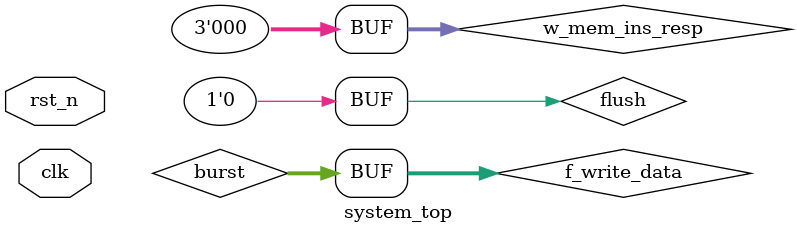
<source format=sv>
`timescale 1ns / 1ps


module system_top(
    input  logic clk,
    input  logic rst_n              // Mispredict from EX stage
    
    // Branch Predictor Interface
    
);      logic [31:0] bpu_next_pc;   // Target from BPU
        logic        bpu_pred_valid;// High if BPU wants to jump
        logic flush   ;
        // Decoder Interface (The Consumer)
        logic        dec_read_en;   // Decoder ready for next instr
        logic [31:0] dec_instr;     // 32-bit instruction to Decoder
        logic [31:0] dec_pc;        // PC of the instruction
        logic        dec_valid;      // High if data is ready for Decoder
        logic [127:0] burst;
        logic [127:0] storetest;
        logic       f_write_en;
        logic [3:0] remaining;
        logic [2:0]   w_mem_ins_count_req;
        // Debug Status
        logic [3:0]  fifo_occupancy;
    logic [127:0] f_write_data;
    logic [31:0]  f_write_pc;
    logic [2:0]   f_ins_count;

    // Internal Signal Interconnects
    logic [31:0]  w_mem_addr;
    logic         w_mem_req;
    
    logic [127:0] w_mem_data;
    logic [2:0]   w_mem_ins_resp;
    logic         w_mem_valid;
    logic         w_mem_done;
    
    logic         w_fifo_full;
    assign flush=1'b0;
    assign w_mem_ins_resp=3'b0;
    assign burst =f_write_data;
    // --- 1. Instruction Memory ---
    I_mem instr_mem_inst (
        .clk              (clk),
        .reset            (!rst_n),
        .cache_addr_in    (w_mem_addr),
        .cache_request_in (w_mem_req),
        .ins_count        (w_mem_ins_count_req),
        .cache_rdata_out  (w_mem_data),
        .cache_rvalid_out (w_mem_valid),
        .cache_burst_done (w_mem_done),
        .remaining(remaining)
    );

    // --- 2. Fetch Controller ---
    fetch_controller controller_inst (
        .clk               (clk),
        .rst_n             (rst_n),
        .flush             (flush),
        .next_pc_predicted (bpu_next_pc),
        .prediction_valid  (bpu_pred_valid),
        .mem_addr          (w_mem_addr),
        .mem_req           (w_mem_req),
        .mem_ins_count     (w_mem_ins_count_req),
        .mem_data_in       (w_mem_data),
        // Note: Connecting constant 4 if I_mem doesn't output dynamic count yet
        .mem_ins_count_resp(3'd4), 
        .mem_valid_in      (w_mem_valid),
        .mem_done_in       (w_mem_done),
        .fifo_full         (w_fifo_full),
        .fifo_count        (fifo_occupancy),
        .fifo_write_en     (f_write_en),
        .fifo_write_data   (f_write_data),
        .fifo_write_pc     (f_write_pc),
        .fifo_ins_count    (f_ins_count)
    );

    // --- 3. Prefetch FIFO Buffer ---


    fifo #(.DEPTH(8)) fifo_inst (
        .clk          (clk),
        .rst_n        (rst_n),
        .flush        (flush),
        .write_enable (f_write_en),
        .write_data   (f_write_data),
        .write_pc     (f_write_pc),
        .ins_count    (f_ins_count),
        .read_enable  (dec_read_en),
        .read_data    (dec_instr),
        .read_pc      (dec_pc),
        .valid        (dec_valid),
        .full         (w_fifo_full),
        .count        (fifo_occupancy),
        .storetest(storetest)
    );
    
    
//ila_0 your_instance_name (
//        .clk(clk), // Use your system clock
    
//        // 32-bit Probes (0-3)
//        .probe0(dec_instr),          // [31:0] Current instruction going to Decoder
//        .probe1(dec_pc),             // [31:0] Current PC going to Decoder
//        .probe2(w_mem_addr),         // [31:0] PC Address being requested from I_mem
//        .probe3(f_write_pc),         // [31:0] Base PC of the burst being written to FIFO
    
//        // 128-bit Probes (4-5) - Crucial for Burst Inspection
//        .probe4(w_mem_data),         // [127:0] Raw data coming from I_mem
//        .probe5(storetest),          // [127:0] Data currently indexed in FIFO
    
//        // Multi-bit Status Probes (6-8)
//        .probe6(w_mem_ins_resp),      // [2:0] How many instructions memory actually returned
//        .probe7(fifo_occupancy),     // [3:0] Current depth of the FIFO
//        .probe8(f_ins_count),        // [2:0] Instruction count for the FIFO write
    
//        // Single-bit Control/Handshake Probes (9-13)
//        .probe9(w_mem_req),          // [0:0] Is the controller asking memory for data?
//        .probe10(w_mem_valid),       // [0:0] Is the memory responding?
//        .probe11(f_write_en),        // [0:0] Is the FIFO actually capturing the burst?
//        .probe12(dec_valid),         // [0:0] Is the FIFO telling the decoder data is ready?
//        .probe13(flush)              // [0:0] Monitor for mispredict flushes
//    );

    
    
    
    

endmodule

</source>
